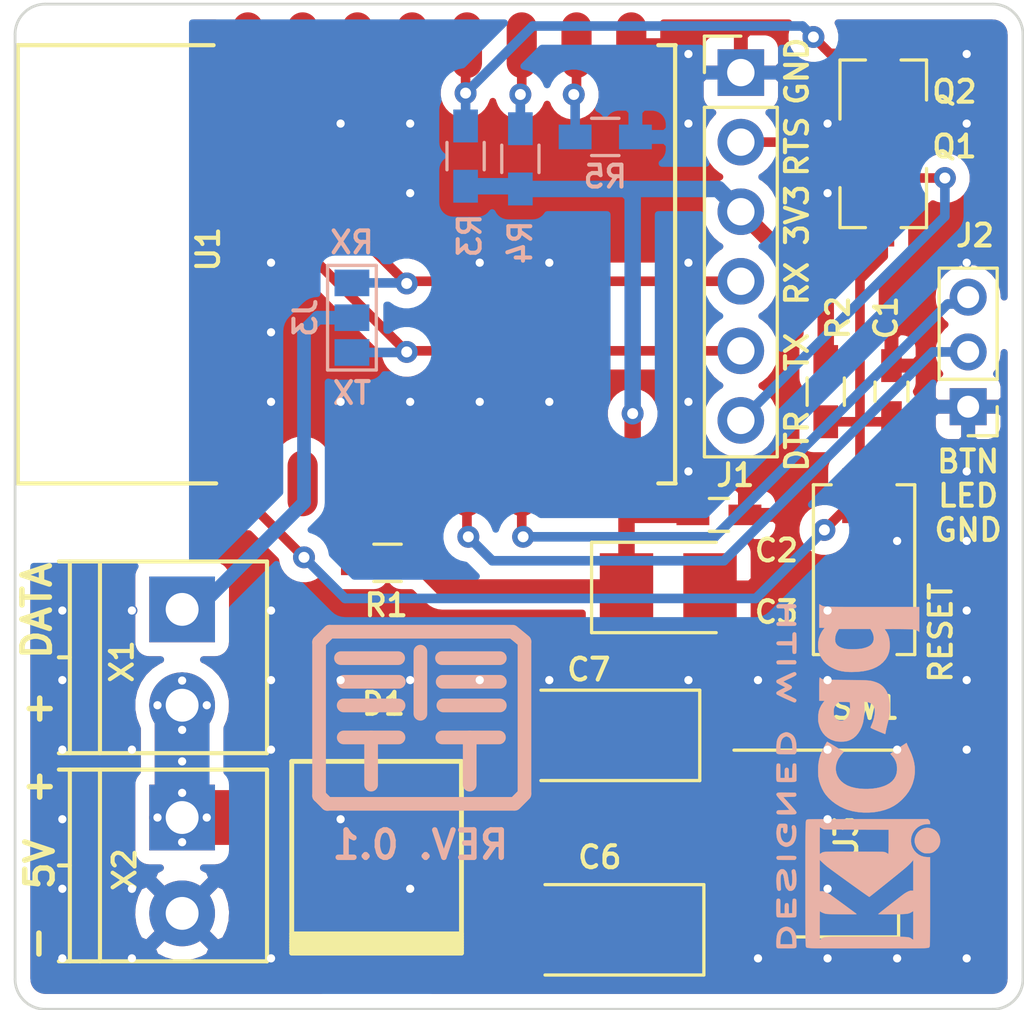
<source format=kicad_pcb>
(kicad_pcb (version 20171130) (host pcbnew 5.0.0-rc1-44a33f2~62~ubuntu16.04.1)
  (layers (0 F.Cu signal) (31 B.Cu signal) (34 B.Paste user) (35 F.Paste user) (36 B.SilkS user) (37 F.SilkS user) (38 B.Mask user) (39 F.Mask user) (44 Edge.Cuts user))
  (net 0 "")
  (net 1 GND)
  (net 2 +3V3)
  (net 3 "Net-(C6-Pad1)")
  (net 4 /RESET)
  (net 5 "Net-(D1-Pad2)")
  (net 6 /RX)
  (net 7 /TX)
  (net 8 /DTR)
  (net 9 /LED_BTN_SIGNALING)
  (net 10 /LED_BTN)
  (net 11 /RTS)
  (net 12 /GPIO0)
  (net 13 /EN)
  (net 14 /GPIO2)
  (net 15 /GPIO15)
  (net 16 /WS2812_DATA)
  (module Symbols:KiCad-Logo2_6mm_SilkScreen (layer B.Cu) (at 142 84.5 90)
    (fp_text reference REF*** hide)
    (fp_text value KiCad-Logo2_6mm_SilkScreen hide)
  )
  (module myfootprints.pretty:my_logo (layer B.Cu) (at 126 83 180)
    (fp_text reference REF** hide)
    (fp_text value my_logo hide)
  )
  (module Pin_Headers:Pin_Header_Straight_1x03_Pitch2.00mm (layer F.Cu) (at 146 71 180)
    (fp_text reference J2 (at -0.25 6.25 180) (layer F.SilkS) (effects (font (size 0.8 0.8))))
    (fp_text value LED_BTN)
    (pad 3 thru_hole oval (at 0 4 180) (size 1.35 1.35) (drill 0.8) (layers *.Cu *.Mask) (net 10 /LED_BTN))
    (pad 2 thru_hole oval (at 0 2 180) (size 1.35 1.35) (drill 0.8) (layers *.Cu *.Mask) (net 9 /LED_BTN_SIGNALING))
    (pad 1 thru_hole rect (at 0 0 180) (size 1.35 1.35) (drill 0.8) (layers *.Cu *.Mask) (net 1 GND))
  )
  (module Capacitors_Tantalum_SMD:CP_Tantalum_Case-B_EIA-3528-21_Hand (layer F.Cu) (at 132.3 90.1 180)
    (fp_text reference C6 (at -0.25 2.65 180) (layer F.SilkS) (effects (font (size 0.8 0.8))))
    (fp_text value 22u hide)
    (pad 1 smd rect (at -2.15 0 180) (size 3.2 2.5) (layers F.Cu F.Paste F.Mask) (net 3 "Net-(C6-Pad1)"))
    (pad 2 smd rect (at 2.15 0 180) (size 3.2 2.5) (layers F.Cu F.Paste F.Mask) (net 1 GND))
  )
  (module Capacitors_Tantalum_SMD:CP_Tantalum_Case-B_EIA-3528-21_Hand (layer F.Cu) (at 132.15 83 180)
    (fp_text reference C7 (at 0 2.4 180) (layer F.SilkS) (effects (font (size 0.8 0.8))))
    (fp_text value 10u hide)
    (pad 2 smd rect (at 2.15 0 180) (size 3.2 2.5) (layers F.Cu F.Paste F.Mask) (net 1 GND))
    (pad 1 smd rect (at -2.15 0 180) (size 3.2 2.5) (layers F.Cu F.Paste F.Mask) (net 2 +3V3))
  )
  (module TO_SOT_Packages_SMD:SOT-223 (layer F.Cu) (at 141.55 86.95)
    (fp_text reference U3 (at 0 -0.2 -90) (layer F.SilkS) (effects (font (size 0.8 0.8))))
    (fp_text value AMS1117-3.3 hide)
    (pad 1 smd rect (at -3.15 -2.3) (size 2 1.5) (layers F.Cu F.Paste F.Mask) (net 1 GND))
    (pad 3 smd rect (at -3.15 2.3) (size 2 1.5) (layers F.Cu F.Paste F.Mask) (net 3 "Net-(C6-Pad1)"))
    (pad 2 smd rect (at -3.15 0) (size 2 1.5) (layers F.Cu F.Paste F.Mask) (net 2 +3V3))
    (pad 4 smd rect (at 3.15 0) (size 2 3.8) (layers F.Cu F.Paste F.Mask))
  )
  (module Capacitors_SMD:C_0603_HandSoldering (layer F.Cu) (at 143.2 70.45 90)
    (fp_text reference C1 (at 2.7 -0.2 90) (layer F.SilkS) (effects (font (size 0.8 0.8))))
    (fp_text value 100n)
    (pad 1 smd rect (at -0.95 0 90) (size 1.2 0.75) (layers F.Cu F.Paste F.Mask) (net 4 /RESET))
    (pad 2 smd rect (at 0.95 0 90) (size 1.2 0.75) (layers F.Cu F.Paste F.Mask) (net 1 GND))
  )
  (module Capacitors_SMD:C_0603_HandSoldering (layer F.Cu) (at 136.9 74.95)
    (fp_text reference C2 (at 2.1 1.3 180) (layer F.SilkS) (effects (font (size 0.8 0.8))))
    (fp_text value 100n)
    (pad 2 smd rect (at 0.95 0) (size 1.2 0.75) (layers F.Cu F.Paste F.Mask) (net 1 GND))
    (pad 1 smd rect (at -0.95 0) (size 1.2 0.75) (layers F.Cu F.Paste F.Mask) (net 2 +3V3))
  )
  (module Capacitors_Tantalum_SMD:CP_Tantalum_Case-B_EIA-3528-21_Reflow (layer F.Cu) (at 135.05 77.6)
    (fp_text reference C3 (at 3.95 0.9) (layer F.SilkS) (effects (font (size 0.8 0.8))))
    (fp_text value 22u)
    (pad 1 smd rect (at -1.525 0) (size 1.95 2.5) (layers F.Cu F.Paste F.Mask) (net 2 +3V3))
    (pad 2 smd rect (at 1.525 0) (size 1.95 2.5) (layers F.Cu F.Paste F.Mask) (net 1 GND))
  )
  (module w_smd_diode.pretty:do214ab (layer F.Cu) (at 124.4 87.45 270)
    (fp_text reference D1 (at -5.6 -0.25) (layer F.SilkS) (effects (font (size 0.8 0.8))))
    (fp_text value SS34 hide)
    (pad 2 smd rect (at 3.39852 0 270) (size 1.99898 3.19786) (layers F.Cu F.Paste F.Mask) (net 5 "Net-(D1-Pad2)"))
    (pad 1 smd rect (at -3.39852 0 270) (size 1.99898 3.19786) (layers F.Cu F.Paste F.Mask) (net 3 "Net-(C6-Pad1)"))
  )
  (module Pin_Headers:Pin_Header_Straight_1x06_Pitch2.54mm (layer F.Cu) (at 137.7 58.8)
    (fp_text reference J1 (at -0.2 14.7) (layer F.SilkS) (effects (font (size 0.8 0.8))))
    (fp_text value Conn_01x06)
    (pad 1 thru_hole rect (at 0 0) (size 1.7 1.7) (drill 1) (layers *.Cu *.Mask) (net 1 GND))
    (pad 2 thru_hole oval (at 0 2.54) (size 1.7 1.7) (drill 1) (layers *.Cu *.Mask) (net 11 /RTS))
    (pad 3 thru_hole oval (at 0 5.08) (size 1.7 1.7) (drill 1) (layers *.Cu *.Mask) (net 2 +3V3))
    (pad 4 thru_hole oval (at 0 7.62) (size 1.7 1.7) (drill 1) (layers *.Cu *.Mask) (net 6 /RX))
    (pad 5 thru_hole oval (at 0 10.16) (size 1.7 1.7) (drill 1) (layers *.Cu *.Mask) (net 7 /TX))
    (pad 6 thru_hole oval (at 0 12.7) (size 1.7 1.7) (drill 1) (layers *.Cu *.Mask) (net 8 /DTR))
  )
  (module TO_SOT_Packages_SMD:SOT-23 (layer F.Cu) (at 142.9 63.7 270)
    (fp_text reference Q1 (at -2.2 -2.6) (layer F.SilkS) (effects (font (size 0.8 0.8))))
    (fp_text value MMBT3904)
    (pad 3 smd rect (at 1 0 270) (size 0.9 0.8) (layers F.Cu F.Paste F.Mask) (net 4 /RESET))
    (pad 2 smd rect (at -1 0.95 270) (size 0.9 0.8) (layers F.Cu F.Paste F.Mask) (net 11 /RTS))
    (pad 1 smd rect (at -1 -0.95 270) (size 0.9 0.8) (layers F.Cu F.Paste F.Mask) (net 8 /DTR))
  )
  (module TO_SOT_Packages_SMD:SOT-23 (layer F.Cu) (at 142.9 59.1 90)
    (fp_text reference Q2 (at -0.4 2.6 180) (layer F.SilkS) (effects (font (size 0.8 0.8))))
    (fp_text value MMBT3904)
    (pad 1 smd rect (at -1 -0.95 90) (size 0.9 0.8) (layers F.Cu F.Paste F.Mask) (net 11 /RTS))
    (pad 2 smd rect (at -1 0.95 90) (size 0.9 0.8) (layers F.Cu F.Paste F.Mask) (net 8 /DTR))
    (pad 3 smd rect (at 1 0 90) (size 0.9 0.8) (layers F.Cu F.Paste F.Mask) (net 12 /GPIO0))
  )
  (module Resistors_SMD:R_0603_HandSoldering (layer F.Cu) (at 124.8 76.7)
    (fp_text reference R1 (at -0.05 1.55) (layer F.SilkS) (effects (font (size 0.8 0.8))))
    (fp_text value 10K)
    (pad 1 smd rect (at -1.1 0) (size 1.2 0.9) (layers F.Cu F.Paste F.Mask) (net 13 /EN))
    (pad 2 smd rect (at 1.1 0) (size 1.2 0.9) (layers F.Cu F.Paste F.Mask) (net 2 +3V3))
  )
  (module Resistors_SMD:R_0603_HandSoldering (layer F.Cu) (at 140.8 70.45 90)
    (fp_text reference R2 (at 2.7 0.45 90) (layer F.SilkS) (effects (font (size 0.8 0.8))))
    (fp_text value 10K)
    (pad 2 smd rect (at 1.1 0 90) (size 1.2 0.9) (layers F.Cu F.Paste F.Mask) (net 2 +3V3))
    (pad 1 smd rect (at -1.1 0 90) (size 1.2 0.9) (layers F.Cu F.Paste F.Mask) (net 4 /RESET))
  )
  (module Resistors_SMD:R_0603_HandSoldering (layer B.Cu) (at 127.65 61.85 270)
    (fp_text reference R3 (at 2.9 -0.15 270) (layer B.SilkS) (effects (font (size 0.8 0.8)) (justify mirror)))
    (fp_text value 10K)
    (pad 1 smd rect (at -1.1 0 270) (size 1.2 0.9) (layers B.Cu B.Paste B.Mask) (net 12 /GPIO0))
    (pad 2 smd rect (at 1.1 0 270) (size 1.2 0.9) (layers B.Cu B.Paste B.Mask) (net 2 +3V3))
  )
  (module Resistors_SMD:R_0603_HandSoldering (layer B.Cu) (at 129.65 61.95 270)
    (fp_text reference R4 (at 3.05 0 270) (layer B.SilkS) (effects (font (size 0.8 0.8)) (justify mirror)))
    (fp_text value 10K)
    (pad 2 smd rect (at 1.1 0 270) (size 1.2 0.9) (layers B.Cu B.Paste B.Mask) (net 2 +3V3))
    (pad 1 smd rect (at -1.1 0 270) (size 1.2 0.9) (layers B.Cu B.Paste B.Mask) (net 14 /GPIO2))
  )
  (module Resistors_SMD:R_0603_HandSoldering (layer B.Cu) (at 132.75 61.15)
    (fp_text reference R5 (at 0 1.45) (layer B.SilkS) (effects (font (size 0.8 0.8)) (justify mirror)))
    (fp_text value 10K)
    (pad 1 smd rect (at -1.1 0) (size 1.2 0.9) (layers B.Cu B.Paste B.Mask) (net 15 /GPIO15))
    (pad 2 smd rect (at 1.1 0) (size 1.2 0.9) (layers B.Cu B.Paste B.Mask) (net 1 GND))
  )
  (module Buttons_Switches_SMD:SW_SPST_EVQPE1 (layer F.Cu) (at 142.2 76.95 270)
    (fp_text reference SW1 (at 5.05 -0.05) (layer F.SilkS) (effects (font (size 0.8 0.8))))
    (fp_text value RESET (at 2.3 -2.8 270) (layer F.SilkS) (effects (font (size 0.8 0.8))))
    (pad 2 smd rect (at 2.7 0 270) (size 2 1.6) (layers F.Cu F.Paste F.Mask) (net 1 GND))
    (pad 1 smd rect (at -2.7 0 270) (size 2 1.6) (layers F.Cu F.Paste F.Mask) (net 4 /RESET))
  )
  (module myfootprints.pretty:ESP-12 (layer F.Cu) (at 119.7 73.8 90)
    (fp_text reference U1 (at 8.55 -1.45 -90) (layer F.SilkS) (effects (font (size 0.8 0.8))))
    (fp_text value ESP-12)
    (pad 16 smd oval (at 16 0 90) (size 2.4 1.1) (layers F.Cu F.Paste F.Mask) (net 7 /TX))
    (pad 15 smd oval (at 16 2 90) (size 2.4 1.1) (layers F.Cu F.Paste F.Mask) (net 6 /RX))
    (pad 14 smd oval (at 16 4 90) (size 2.4 1.1) (layers F.Cu F.Paste F.Mask))
    (pad 13 smd oval (at 16 6 90) (size 2.4 1.1) (layers F.Cu F.Paste F.Mask))
    (pad 12 smd oval (at 16 8 90) (size 2.4 1.1) (layers F.Cu F.Paste F.Mask) (net 12 /GPIO0))
    (pad 11 smd oval (at 16 10 90) (size 2.4 1.1) (layers F.Cu F.Paste F.Mask) (net 14 /GPIO2))
    (pad 10 smd oval (at 16 12 90) (size 2.4 1.1) (layers F.Cu F.Paste F.Mask) (net 15 /GPIO15))
    (pad 9 smd oval (at 16 14 90) (size 2.4 1.1) (layers F.Cu F.Paste F.Mask) (net 1 GND))
    (pad 8 smd oval (at 0 14 90) (size 2.4 1.1) (layers F.Cu F.Paste F.Mask) (net 2 +3V3))
    (pad 7 smd oval (at 0 12 90) (size 2.4 1.1) (layers F.Cu F.Paste F.Mask))
    (pad 6 smd oval (at 0 10 90) (size 2.4 1.1) (layers F.Cu F.Paste F.Mask) (net 10 /LED_BTN))
    (pad 5 smd oval (at 0 8 90) (size 2.4 1.1) (layers F.Cu F.Paste F.Mask) (net 9 /LED_BTN_SIGNALING))
    (pad 4 smd oval (at 0 6 90) (size 2.4 1.1) (layers F.Cu F.Paste F.Mask))
    (pad 3 smd oval (at 0 4 90) (size 2.4 1.1) (layers F.Cu F.Paste F.Mask) (net 13 /EN))
    (pad 2 smd oval (at 0 2 90) (size 2.4 1.1) (layers F.Cu F.Paste F.Mask))
    (pad 1 smd rect (at 0 0 90) (size 2.4 1.1) (layers F.Cu F.Paste F.Mask) (net 4 /RESET))
  )
  (module TerminalBlock_Phoenix:TerminalBlock_Phoenix_PT-3.5mm_2pol (layer F.Cu) (at 117.3 78.4 270)
    (fp_text reference X1 (at 1.9 2.2 270) (layer F.SilkS) (effects (font (size 0.8 0.8))))
    (fp_text value WS2812)
    (pad 2 thru_hole circle (at 3.5 0 270) (size 2.4 2.4) (drill 1.2) (layers *.Cu *.Mask) (net 5 "Net-(D1-Pad2)"))
    (pad 1 thru_hole rect (at 0 0 270) (size 2.4 2.4) (drill 1.2) (layers *.Cu *.Mask) (net 16 /WS2812_DATA))
  )
  (module TerminalBlock_Phoenix:TerminalBlock_Phoenix_PT-3.5mm_2pol (layer F.Cu) (at 117.3 86 270)
    (fp_text reference X2 (at 1.9 2.1 270) (layer F.SilkS) (effects (font (size 0.8 0.8))))
    (fp_text value 5V)
    (pad 1 thru_hole rect (at 0 0 270) (size 2.4 2.4) (drill 1.2) (layers *.Cu *.Mask) (net 5 "Net-(D1-Pad2)"))
    (pad 2 thru_hole circle (at 3.5 0 270) (size 2.4 2.4) (drill 1.2) (layers *.Cu *.Mask) (net 1 GND))
  )
  (module Connectors:GS3 (layer B.Cu) (at 123.5 67.75)
    (fp_text reference J3 (at -1.7 0 -90) (layer B.SilkS) (effects (font (size 0.8 0.8)) (justify mirror)))
    (fp_text value GS3)
    (pad 1 smd rect (at 0 1.27) (size 1.27 0.97) (layers B.Cu B.Paste B.Mask) (net 7 /TX))
    (pad 2 smd rect (at 0 0) (size 1.27 0.97) (layers B.Cu B.Paste B.Mask) (net 16 /WS2812_DATA))
    (pad 3 smd rect (at 0 -1.27) (size 1.27 0.97) (layers B.Cu B.Paste B.Mask) (net 6 /RX))
  )
  (module VIA_MATRIX (layer F.Cu) (at 135.7865 58.122143)
    (fp_text reference V10_1 hide)
    (fp_text value AUTO_VIA hide)
    (pad 1 thru_hole circle (at 0 0) (size 0.4 0.4) (drill 0.3) (layers *.Cu) (net 1 GND) (clearance 0.3))
  )
  (module VIA_MATRIX (layer F.Cu) (at 145.9465 58.122143)
    (fp_text reference V14_1 hide)
    (fp_text value AUTO_VIA hide)
    (pad 1 thru_hole circle (at 0 0) (size 0.4 0.4) (drill 0.3) (layers *.Cu) (net 1 GND) (clearance 0.3))
  )
  (module VIA_MATRIX (layer F.Cu) (at 123.0865 60.662143)
    (fp_text reference V5_2 hide)
    (fp_text value AUTO_VIA hide)
    (pad 1 thru_hole circle (at 0 0) (size 0.4 0.4) (drill 0.3) (layers *.Cu) (net 1 GND) (clearance 0.3))
  )
  (module VIA_MATRIX (layer F.Cu) (at 125.6265 60.662143)
    (fp_text reference V6_2 hide)
    (fp_text value AUTO_VIA hide)
    (pad 1 thru_hole circle (at 0 0) (size 0.4 0.4) (drill 0.3) (layers *.Cu) (net 1 GND) (clearance 0.3))
  )
  (module VIA_MATRIX (layer F.Cu) (at 135.7865 60.662143)
    (fp_text reference V10_2 hide)
    (fp_text value AUTO_VIA hide)
    (pad 1 thru_hole circle (at 0 0) (size 0.4 0.4) (drill 0.3) (layers *.Cu) (net 1 GND) (clearance 0.3))
  )
  (module VIA_MATRIX (layer F.Cu) (at 140.8665 60.662143)
    (fp_text reference V12_2 hide)
    (fp_text value AUTO_VIA hide)
    (pad 1 thru_hole circle (at 0 0) (size 0.4 0.4) (drill 0.3) (layers *.Cu) (net 1 GND) (clearance 0.3))
  )
  (module VIA_MATRIX (layer F.Cu) (at 145.9465 60.662143)
    (fp_text reference V14_2 hide)
    (fp_text value AUTO_VIA hide)
    (pad 1 thru_hole circle (at 0 0) (size 0.4 0.4) (drill 0.3) (layers *.Cu) (net 1 GND) (clearance 0.3))
  )
  (module VIA_MATRIX (layer F.Cu) (at 125.6265 63.202143)
    (fp_text reference V6_3 hide)
    (fp_text value AUTO_VIA hide)
    (pad 1 thru_hole circle (at 0 0) (size 0.4 0.4) (drill 0.3) (layers *.Cu) (net 1 GND) (clearance 0.3))
  )
  (module VIA_MATRIX (layer F.Cu) (at 140.8665 63.202143)
    (fp_text reference V12_3 hide)
    (fp_text value AUTO_VIA hide)
    (pad 1 thru_hole circle (at 0 0) (size 0.4 0.4) (drill 0.3) (layers *.Cu) (net 1 GND) (clearance 0.3))
  )
  (module VIA_MATRIX (layer F.Cu) (at 120.5465 65.742143)
    (fp_text reference V4_4 hide)
    (fp_text value AUTO_VIA hide)
    (pad 1 thru_hole circle (at 0 0) (size 0.4 0.4) (drill 0.3) (layers *.Cu) (net 1 GND) (clearance 0.3))
  )
  (module VIA_MATRIX (layer F.Cu) (at 128.1665 65.742143)
    (fp_text reference V7_4 hide)
    (fp_text value AUTO_VIA hide)
    (pad 1 thru_hole circle (at 0 0) (size 0.4 0.4) (drill 0.3) (layers *.Cu) (net 1 GND) (clearance 0.3))
  )
  (module VIA_MATRIX (layer F.Cu) (at 130.7065 65.742143)
    (fp_text reference V8_4 hide)
    (fp_text value AUTO_VIA hide)
    (pad 1 thru_hole circle (at 0 0) (size 0.4 0.4) (drill 0.3) (layers *.Cu) (net 1 GND) (clearance 0.3))
  )
  (module VIA_MATRIX (layer F.Cu) (at 135.7865 65.742143)
    (fp_text reference V10_4 hide)
    (fp_text value AUTO_VIA hide)
    (pad 1 thru_hole circle (at 0 0) (size 0.4 0.4) (drill 0.3) (layers *.Cu) (net 1 GND) (clearance 0.3))
  )
  (module VIA_MATRIX (layer F.Cu) (at 145.9465 65.742143)
    (fp_text reference V14_4 hide)
    (fp_text value AUTO_VIA hide)
    (pad 1 thru_hole circle (at 0 0) (size 0.4 0.4) (drill 0.3) (layers *.Cu) (net 1 GND) (clearance 0.3))
  )
  (module VIA_MATRIX (layer F.Cu) (at 120.5465 68.282143)
    (fp_text reference V4_5 hide)
    (fp_text value AUTO_VIA hide)
    (pad 1 thru_hole circle (at 0 0) (size 0.4 0.4) (drill 0.3) (layers *.Cu) (net 1 GND) (clearance 0.3))
  )
  (module VIA_MATRIX (layer F.Cu) (at 120.5465 70.822143)
    (fp_text reference V4_6 hide)
    (fp_text value AUTO_VIA hide)
    (pad 1 thru_hole circle (at 0 0) (size 0.4 0.4) (drill 0.3) (layers *.Cu) (net 1 GND) (clearance 0.3))
  )
  (module VIA_MATRIX (layer F.Cu) (at 123.0865 70.822143)
    (fp_text reference V5_6 hide)
    (fp_text value AUTO_VIA hide)
    (pad 1 thru_hole circle (at 0 0) (size 0.4 0.4) (drill 0.3) (layers *.Cu) (net 1 GND) (clearance 0.3))
  )
  (module VIA_MATRIX (layer F.Cu) (at 125.6265 70.822143)
    (fp_text reference V6_6 hide)
    (fp_text value AUTO_VIA hide)
    (pad 1 thru_hole circle (at 0 0) (size 0.4 0.4) (drill 0.3) (layers *.Cu) (net 1 GND) (clearance 0.3))
  )
  (module VIA_MATRIX (layer F.Cu) (at 128.1665 70.822143)
    (fp_text reference V7_6 hide)
    (fp_text value AUTO_VIA hide)
    (pad 1 thru_hole circle (at 0 0) (size 0.4 0.4) (drill 0.3) (layers *.Cu) (net 1 GND) (clearance 0.3))
  )
  (module VIA_MATRIX (layer F.Cu) (at 130.7065 70.822143)
    (fp_text reference V8_6 hide)
    (fp_text value AUTO_VIA hide)
    (pad 1 thru_hole circle (at 0 0) (size 0.4 0.4) (drill 0.3) (layers *.Cu) (net 1 GND) (clearance 0.3))
  )
  (module VIA_MATRIX (layer F.Cu) (at 135.7865 70.822143)
    (fp_text reference V10_6 hide)
    (fp_text value AUTO_VIA hide)
    (pad 1 thru_hole circle (at 0 0) (size 0.4 0.4) (drill 0.3) (layers *.Cu) (net 1 GND) (clearance 0.3))
  )
  (module VIA_MATRIX (layer F.Cu) (at 135.7865 73.362143)
    (fp_text reference V10_7 hide)
    (fp_text value AUTO_VIA hide)
    (pad 1 thru_hole circle (at 0 0) (size 0.4 0.4) (drill 0.3) (layers *.Cu) (net 1 GND) (clearance 0.3))
  )
  (module VIA_MATRIX (layer F.Cu) (at 145.9465 73.362143)
    (fp_text reference V14_7 hide)
    (fp_text value AUTO_VIA hide)
    (pad 1 thru_hole circle (at 0 0) (size 0.4 0.4) (drill 0.3) (layers *.Cu) (net 1 GND) (clearance 0.3))
  )
  (module VIA_MATRIX (layer F.Cu) (at 143.4065 75.902143)
    (fp_text reference V13_8 hide)
    (fp_text value AUTO_VIA hide)
    (pad 1 thru_hole circle (at 0 0) (size 0.4 0.4) (drill 0.3) (layers *.Cu) (net 1 GND) (clearance 0.3))
  )
  (module VIA_MATRIX (layer F.Cu) (at 145.9465 75.902143)
    (fp_text reference V14_8 hide)
    (fp_text value AUTO_VIA hide)
    (pad 1 thru_hole circle (at 0 0) (size 0.4 0.4) (drill 0.3) (layers *.Cu) (net 1 GND) (clearance 0.3))
  )
  (module VIA_MATRIX (layer F.Cu) (at 112.9265 78.442143)
    (fp_text reference V1_9 hide)
    (fp_text value AUTO_VIA hide)
    (pad 1 thru_hole circle (at 0 0) (size 0.4 0.4) (drill 0.3) (layers *.Cu) (net 1 GND) (clearance 0.3))
  )
  (module VIA_MATRIX (layer F.Cu) (at 115.4665 78.442143)
    (fp_text reference V2_9 hide)
    (fp_text value AUTO_VIA hide)
    (pad 1 thru_hole circle (at 0 0) (size 0.4 0.4) (drill 0.3) (layers *.Cu) (net 1 GND) (clearance 0.3))
  )
  (module VIA_MATRIX (layer F.Cu) (at 120.5465 78.442143)
    (fp_text reference V4_9 hide)
    (fp_text value AUTO_VIA hide)
    (pad 1 thru_hole circle (at 0 0) (size 0.4 0.4) (drill 0.3) (layers *.Cu) (net 1 GND) (clearance 0.3))
  )
  (module VIA_MATRIX (layer F.Cu) (at 140.8665 78.442143)
    (fp_text reference V12_9 hide)
    (fp_text value AUTO_VIA hide)
    (pad 1 thru_hole circle (at 0 0) (size 0.4 0.4) (drill 0.3) (layers *.Cu) (net 1 GND) (clearance 0.3))
  )
  (module VIA_MATRIX (layer F.Cu) (at 145.9465 78.442143)
    (fp_text reference V14_9 hide)
    (fp_text value AUTO_VIA hide)
    (pad 1 thru_hole circle (at 0 0) (size 0.4 0.4) (drill 0.3) (layers *.Cu) (net 1 GND) (clearance 0.3))
  )
  (module VIA_MATRIX (layer F.Cu) (at 112.9265 80.982143)
    (fp_text reference V1_10 hide)
    (fp_text value AUTO_VIA hide)
    (pad 1 thru_hole circle (at 0 0) (size 0.4 0.4) (drill 0.3) (layers *.Cu) (net 1 GND) (clearance 0.3))
  )
  (module VIA_MATRIX (layer F.Cu) (at 120.5465 80.982143)
    (fp_text reference V4_10 hide)
    (fp_text value AUTO_VIA hide)
    (pad 1 thru_hole circle (at 0 0) (size 0.4 0.4) (drill 0.3) (layers *.Cu) (net 1 GND) (clearance 0.3))
  )
  (module VIA_MATRIX (layer F.Cu) (at 123.0865 80.982143)
    (fp_text reference V5_10 hide)
    (fp_text value AUTO_VIA hide)
    (pad 1 thru_hole circle (at 0 0) (size 0.4 0.4) (drill 0.3) (layers *.Cu) (net 1 GND) (clearance 0.3))
  )
  (module VIA_MATRIX (layer F.Cu) (at 125.6265 80.982143)
    (fp_text reference V6_10 hide)
    (fp_text value AUTO_VIA hide)
    (pad 1 thru_hole circle (at 0 0) (size 0.4 0.4) (drill 0.3) (layers *.Cu) (net 1 GND) (clearance 0.3))
  )
  (module VIA_MATRIX (layer F.Cu) (at 128.1665 80.982143)
    (fp_text reference V7_10 hide)
    (fp_text value AUTO_VIA hide)
    (pad 1 thru_hole circle (at 0 0) (size 0.4 0.4) (drill 0.3) (layers *.Cu) (net 1 GND) (clearance 0.3))
  )
  (module VIA_MATRIX (layer F.Cu) (at 130.7065 80.982143)
    (fp_text reference V8_10 hide)
    (fp_text value AUTO_VIA hide)
    (pad 1 thru_hole circle (at 0 0) (size 0.4 0.4) (drill 0.3) (layers *.Cu) (net 1 GND) (clearance 0.3))
  )
  (module VIA_MATRIX (layer F.Cu) (at 135.7865 80.982143)
    (fp_text reference V10_10 hide)
    (fp_text value AUTO_VIA hide)
    (pad 1 thru_hole circle (at 0 0) (size 0.4 0.4) (drill 0.3) (layers *.Cu) (net 1 GND) (clearance 0.3))
  )
  (module VIA_MATRIX (layer F.Cu) (at 138.3265 80.982143)
    (fp_text reference V11_10 hide)
    (fp_text value AUTO_VIA hide)
    (pad 1 thru_hole circle (at 0 0) (size 0.4 0.4) (drill 0.3) (layers *.Cu) (net 1 GND) (clearance 0.3))
  )
  (module VIA_MATRIX (layer F.Cu) (at 140.8665 80.982143)
    (fp_text reference V12_10 hide)
    (fp_text value AUTO_VIA hide)
    (pad 1 thru_hole circle (at 0 0) (size 0.4 0.4) (drill 0.3) (layers *.Cu) (net 1 GND) (clearance 0.3))
  )
  (module VIA_MATRIX (layer F.Cu) (at 145.9465 80.982143)
    (fp_text reference V14_10 hide)
    (fp_text value AUTO_VIA hide)
    (pad 1 thru_hole circle (at 0 0) (size 0.4 0.4) (drill 0.3) (layers *.Cu) (net 1 GND) (clearance 0.3))
  )
  (module VIA_MATRIX (layer F.Cu) (at 112.9265 83.522143)
    (fp_text reference V1_11 hide)
    (fp_text value AUTO_VIA hide)
    (pad 1 thru_hole circle (at 0 0) (size 0.4 0.4) (drill 0.3) (layers *.Cu) (net 1 GND) (clearance 0.3))
  )
  (module VIA_MATRIX (layer F.Cu) (at 115.4665 83.522143)
    (fp_text reference V2_11 hide)
    (fp_text value AUTO_VIA hide)
    (pad 1 thru_hole circle (at 0 0) (size 0.4 0.4) (drill 0.3) (layers *.Cu) (net 1 GND) (clearance 0.3))
  )
  (module VIA_MATRIX (layer F.Cu) (at 120.5465 83.522143)
    (fp_text reference V4_11 hide)
    (fp_text value AUTO_VIA hide)
    (pad 1 thru_hole circle (at 0 0) (size 0.4 0.4) (drill 0.3) (layers *.Cu) (net 1 GND) (clearance 0.3))
  )
  (module VIA_MATRIX (layer F.Cu) (at 140.8665 83.522143)
    (fp_text reference V12_11 hide)
    (fp_text value AUTO_VIA hide)
    (pad 1 thru_hole circle (at 0 0) (size 0.4 0.4) (drill 0.3) (layers *.Cu) (net 1 GND) (clearance 0.3))
  )
  (module VIA_MATRIX (layer F.Cu) (at 143.4065 83.522143)
    (fp_text reference V13_11 hide)
    (fp_text value AUTO_VIA hide)
    (pad 1 thru_hole circle (at 0 0) (size 0.4 0.4) (drill 0.3) (layers *.Cu) (net 1 GND) (clearance 0.3))
  )
  (module VIA_MATRIX (layer F.Cu) (at 145.9465 83.522143)
    (fp_text reference V14_11 hide)
    (fp_text value AUTO_VIA hide)
    (pad 1 thru_hole circle (at 0 0) (size 0.4 0.4) (drill 0.3) (layers *.Cu) (net 1 GND) (clearance 0.3))
  )
  (module VIA_MATRIX (layer F.Cu) (at 112.9265 86.062143)
    (fp_text reference V1_12 hide)
    (fp_text value AUTO_VIA hide)
    (pad 1 thru_hole circle (at 0 0) (size 0.4 0.4) (drill 0.3) (layers *.Cu) (net 1 GND) (clearance 0.3))
  )
  (module VIA_MATRIX (layer F.Cu) (at 123.0865 86.062143)
    (fp_text reference V5_12 hide)
    (fp_text value AUTO_VIA hide)
    (pad 1 thru_hole circle (at 0 0) (size 0.4 0.4) (drill 0.3) (layers *.Cu) (net 1 GND) (clearance 0.3))
  )
  (module VIA_MATRIX (layer F.Cu) (at 140.8665 86.062143)
    (fp_text reference V12_12 hide)
    (fp_text value AUTO_VIA hide)
    (pad 1 thru_hole circle (at 0 0) (size 0.4 0.4) (drill 0.3) (layers *.Cu) (net 1 GND) (clearance 0.3))
  )
  (module VIA_MATRIX (layer F.Cu) (at 112.9265 88.602143)
    (fp_text reference V1_13 hide)
    (fp_text value AUTO_VIA hide)
    (pad 1 thru_hole circle (at 0 0) (size 0.4 0.4) (drill 0.3) (layers *.Cu) (net 1 GND) (clearance 0.3))
  )
  (module VIA_MATRIX (layer F.Cu) (at 115.4665 88.602143)
    (fp_text reference V2_13 hide)
    (fp_text value AUTO_VIA hide)
    (pad 1 thru_hole circle (at 0 0) (size 0.4 0.4) (drill 0.3) (layers *.Cu) (net 1 GND) (clearance 0.3))
  )
  (module VIA_MATRIX (layer F.Cu) (at 125.6265 88.602143)
    (fp_text reference V6_13 hide)
    (fp_text value AUTO_VIA hide)
    (pad 1 thru_hole circle (at 0 0) (size 0.4 0.4) (drill 0.3) (layers *.Cu) (net 1 GND) (clearance 0.3))
  )
  (module VIA_MATRIX (layer F.Cu) (at 140.8665 88.602143)
    (fp_text reference V12_13 hide)
    (fp_text value AUTO_VIA hide)
    (pad 1 thru_hole circle (at 0 0) (size 0.4 0.4) (drill 0.3) (layers *.Cu) (net 1 GND) (clearance 0.3))
  )
  (module VIA_MATRIX (layer F.Cu) (at 112.9265 91.142143)
    (fp_text reference V1_14 hide)
    (fp_text value AUTO_VIA hide)
    (pad 1 thru_hole circle (at 0 0) (size 0.4 0.4) (drill 0.3) (layers *.Cu) (net 1 GND) (clearance 0.3))
  )
  (module VIA_MATRIX (layer F.Cu) (at 115.4665 91.142143)
    (fp_text reference V2_14 hide)
    (fp_text value AUTO_VIA hide)
    (pad 1 thru_hole circle (at 0 0) (size 0.4 0.4) (drill 0.3) (layers *.Cu) (net 1 GND) (clearance 0.3))
  )
  (module VIA_MATRIX (layer F.Cu) (at 120.5465 91.142143)
    (fp_text reference V4_14 hide)
    (fp_text value AUTO_VIA hide)
    (pad 1 thru_hole circle (at 0 0) (size 0.4 0.4) (drill 0.3) (layers *.Cu) (net 1 GND) (clearance 0.3))
  )
  (module VIA_MATRIX (layer F.Cu) (at 138.3265 91.142143)
    (fp_text reference V11_14 hide)
    (fp_text value AUTO_VIA hide)
    (pad 1 thru_hole circle (at 0 0) (size 0.4 0.4) (drill 0.3) (layers *.Cu) (net 1 GND) (clearance 0.3))
  )
  (module VIA_MATRIX (layer F.Cu) (at 140.8665 91.142143)
    (fp_text reference V12_14 hide)
    (fp_text value AUTO_VIA hide)
    (pad 1 thru_hole circle (at 0 0) (size 0.4 0.4) (drill 0.3) (layers *.Cu) (net 1 GND) (clearance 0.3))
  )
  (module VIA_MATRIX (layer F.Cu) (at 143.4065 91.142143)
    (fp_text reference V13_14 hide)
    (fp_text value AUTO_VIA hide)
    (pad 1 thru_hole circle (at 0 0) (size 0.4 0.4) (drill 0.3) (layers *.Cu) (net 1 GND) (clearance 0.3))
  )
  (module VIA_MATRIX (layer F.Cu) (at 145.9465 91.142143)
    (fp_text reference V14_14 hide)
    (fp_text value AUTO_VIA hide)
    (pad 1 thru_hole circle (at 0 0) (size 0.4 0.4) (drill 0.3) (layers *.Cu) (net 1 GND) (clearance 0.3))
  )
  (gr_text GND (at 146 75.5) (layer F.SilkS) (effects (font (size 0.8 0.8))))
  (gr_text LED (at 146 74.25) (layer F.SilkS) (effects (font (size 0.8 0.8))))
  (gr_text BTN (at 146 73) (layer F.SilkS) (effects (font (size 0.8 0.8))))
  (gr_text GND (at 139.75 58.75 90) (layer F.SilkS) (effects (font (size 0.8 0.8))))
  (gr_text RTS (at 139.75 61.5 90) (layer F.SilkS) (effects (font (size 0.8 0.8))))
  (gr_text 3V3 (at 139.75 64 90) (layer F.SilkS) (effects (font (size 0.8 0.8))))
  (gr_text RX (at 139.75 66.5 90) (layer F.SilkS) (effects (font (size 0.8 0.8))))
  (gr_text TX (at 139.75 69 90) (layer F.SilkS) (effects (font (size 0.8 0.8))))
  (gr_text DTR (at 139.75 72.25 90) (layer F.SilkS) (effects (font (size 0.8 0.8))))
  (gr_text RX (at 123.5 65) (layer B.SilkS) (effects (font (size 0.8 0.8)) (justify mirror)))
  (gr_text TX (at 123.5 70.5) (layer B.SilkS) (effects (font (size 0.8 0.8)) (justify mirror)))
  (gr_text DATA (at 112 78.45 90) (layer F.SilkS) (effects (font (size 1 1) (thickness 0.2))))
  (gr_text 5V (at 112.1 87.7 90) (layer F.SilkS) (effects (font (size 1 1) (thickness 0.2))))
  (gr_text + (at 112.1 81.95) (layer F.SilkS) (effects (font (size 1 1) (thickness 0.2)) (justify mirror)))
  (gr_arc (start 146.9 91.9) (end 146.9 93) (angle -90) (layer Edge.Cuts) (width 0.1))
  (gr_arc (start 112.3 57.4) (end 112.3 56.3) (angle -90) (layer Edge.Cuts) (width 0.1))
  (gr_text "REV. 0.1" (at 126 87) (layer B.SilkS) (effects (font (size 1 1) (thickness 0.2)) (justify mirror)))
  (gr_text + (at 112.1 84.8) (layer F.SilkS) (effects (font (size 1 1) (thickness 0.2)) (justify mirror)))
  (gr_text - (at 112 90.6 90) (layer F.SilkS) (effects (font (size 1 1) (thickness 0.2)) (justify mirror)))
  (gr_arc (start 112.3 91.9) (end 111.2 91.9) (angle -90) (layer Edge.Cuts) (width 0.1))
  (gr_arc (start 146.9 57.4) (end 148 57.4) (angle -90) (layer Edge.Cuts) (width 0.1))
  (gr_line (start 111.2 91.90014) (end 111.2 57.4) (layer Edge.Cuts) (width 0.1))
  (gr_line (start 146.9 93) (end 112.29986 93) (layer Edge.Cuts) (width 0.1))
  (gr_line (start 148 57.39986) (end 148 91.9) (layer Edge.Cuts) (width 0.1))
  (gr_line (start 112.3 56.3) (end 146.9 56.3) (layer Edge.Cuts) (width 0.1))
  (segment (start 125.95 76.75) (end 125.9 76.7) (width 0.6) (layer F.Cu) (net 2))
  (segment (start 133.525 77.6) (end 126.8 77.6) (width 0.6) (layer F.Cu) (net 2))
  (segment (start 126.8 77.6) (end 125.95 76.75) (width 0.6) (layer F.Cu) (net 2))
  (segment (start 129.65 63.05) (end 133.5 63.05) (width 0.6) (layer B.Cu) (net 2))
  (segment (start 133.5 63.05) (end 136.87 63.05) (width 0.6) (layer B.Cu) (net 2))
  (segment (start 133.75 71.25) (end 133.75 63.3) (width 0.6) (layer B.Cu) (net 2))
  (segment (start 133.75 63.3) (end 133.5 63.05) (width 0.6) (layer B.Cu) (net 2))
  (segment (start 136.87 63.05) (end 137.7 63.88) (width 0.6) (layer B.Cu) (net 2))
  (segment (start 127.65 62.95) (end 129.55 62.95) (width 0.6) (layer B.Cu) (net 2))
  (segment (start 129.55 62.95) (end 129.65 63.05) (width 0.6) (layer B.Cu) (net 2))
  (segment (start 133.75 71.25) (end 133.75 73.75) (width 0.6) (layer F.Cu) (net 2))
  (via (at 133.75 71.25) (size 0.8) (drill 0.4) (layers F.Cu B.Cu) (net 2))
  (segment (start 133.75 73.75) (end 133.7 73.8) (width 0.35) (layer F.Cu) (net 2))
  (segment (start 131.2 86.5) (end 134.45 89.75) (width 1) (layer F.Cu) (net 3))
  (segment (start 124.99944 84.05148) (end 127.44796 86.5) (width 1) (layer F.Cu) (net 3))
  (segment (start 127.44796 86.5) (end 131.2 86.5) (width 1) (layer F.Cu) (net 3))
  (segment (start 124.4 84.05148) (end 124.99944 84.05148) (width 1) (layer F.Cu) (net 3))
  (segment (start 134.45 89.75) (end 134.45 90.1) (width 1) (layer F.Cu) (net 3))
  (segment (start 140.350001 75.899999) (end 140.75 75.5) (width 0.35) (layer B.Cu) (net 4))
  (segment (start 142.2 74.25) (end 142 74.25) (width 0.35) (layer F.Cu) (net 4))
  (segment (start 142 74.25) (end 140.75 75.5) (width 0.35) (layer F.Cu) (net 4))
  (via (at 121.749994 76.5) (size 0.8) (drill 0.4) (layers F.Cu B.Cu) (net 4))
  (segment (start 119.7 74.45) (end 121.749994 76.499994) (width 0.35) (layer F.Cu) (net 4))
  (segment (start 121.749994 76.499994) (end 121.749994 76.5) (width 0.35) (layer F.Cu) (net 4))
  (segment (start 138.25 78) (end 140.350001 75.899999) (width 0.35) (layer B.Cu) (net 4))
  (segment (start 123.249994 78) (end 138.25 78) (width 0.35) (layer B.Cu) (net 4))
  (segment (start 121.749994 76.5) (end 123.249994 78) (width 0.35) (layer B.Cu) (net 4))
  (via (at 140.75 75.5) (size 0.8) (drill 0.4) (layers F.Cu B.Cu) (net 4))
  (segment (start 142.2 74.25) (end 142.2 73.7) (width 0.35) (layer F.Cu) (net 4))
  (segment (start 142.2 73.7) (end 142 73.5) (width 0.35) (layer F.Cu) (net 4))
  (segment (start 142.05 73.45) (end 142.05 71.55) (width 0.35) (layer F.Cu) (net 4))
  (segment (start 142 73.5) (end 142.05 73.45) (width 0.35) (layer F.Cu) (net 4))
  (segment (start 142.9 64.7) (end 142.9 65.5) (width 0.35) (layer F.Cu) (net 4))
  (segment (start 119.7 73.8) (end 119.7 74.45) (width 0.35) (layer F.Cu) (net 4))
  (segment (start 143.05 71.55) (end 143.2 71.4) (width 0.35) (layer F.Cu) (net 4))
  (segment (start 140.8 71.55) (end 142.05 71.55) (width 0.35) (layer F.Cu) (net 4))
  (segment (start 142.05 71.55) (end 143.05 71.55) (width 0.35) (layer F.Cu) (net 4))
  (segment (start 142.05 66.35) (end 142.05 71.55) (width 0.35) (layer F.Cu) (net 4))
  (segment (start 142.9 65.5) (end 142.05 66.35) (width 0.35) (layer F.Cu) (net 4))
  (via (at 117.3 82.8) (size 0.6) (drill 0.3) (layers F.Cu B.Cu) (net 5))
  (via (at 117.3 81) (size 0.6) (drill 0.3) (layers F.Cu B.Cu) (net 5))
  (via (at 117.3 86.9) (size 0.6) (drill 0.3) (layers F.Cu B.Cu) (net 5))
  (via (at 117.3 85.1) (size 0.6) (drill 0.3) (layers F.Cu B.Cu) (net 5))
  (via (at 116.4 81.9) (size 0.6) (drill 0.3) (layers F.Cu B.Cu) (net 5))
  (via (at 118.2 86) (size 0.6) (drill 0.3) (layers F.Cu B.Cu) (net 5))
  (via (at 118.2 81.9) (size 0.6) (drill 0.3) (layers F.Cu B.Cu) (net 5))
  (via (at 116.4 86) (size 0.6) (drill 0.3) (layers F.Cu B.Cu) (net 5))
  (segment (start 117.3 83.95) (end 117.3 82.8) (width 0.35) (layer B.Cu) (net 5))
  (via (at 117.3 83.95) (size 0.6) (drill 0.3) (layers F.Cu B.Cu) (net 5))
  (segment (start 140.8 69.5) (end 140.8 69.35) (width 0.6) (layer F.Cu) (net 2))
  (segment (start 133.525 77.6) (end 133.525 75) (width 0.6) (layer F.Cu) (net 2))
  (segment (start 133.525 75) (end 133.525 73.975) (width 0.6) (layer F.Cu) (net 2))
  (segment (start 135.95 74.95) (end 133.575 74.95) (width 0.6) (layer F.Cu) (net 2))
  (segment (start 133.575 74.95) (end 133.525 75) (width 0.6) (layer F.Cu) (net 2))
  (segment (start 140.8 69.35) (end 140.8 66.98) (width 0.6) (layer F.Cu) (net 2))
  (segment (start 140.8 66.98) (end 137.7 63.88) (width 0.6) (layer F.Cu) (net 2))
  (segment (start 138.4 86.95) (end 137.35 86.95) (width 1) (layer F.Cu) (net 2))
  (segment (start 137.35 86.95) (end 134.3 83.9) (width 1) (layer F.Cu) (net 2))
  (segment (start 134.3 83.9) (end 134.3 83) (width 0.6) (layer F.Cu) (net 2))
  (segment (start 133.525 73.975) (end 133.7 73.8) (width 0.6) (layer F.Cu) (net 2))
  (segment (start 133.525 82.225) (end 134.3 83) (width 0.6) (layer F.Cu) (net 2))
  (segment (start 136.175 74.95) (end 135.95 74.95) (width 0.6) (layer F.Cu) (net 2))
  (segment (start 133.525 77.6) (end 133.525 82.225) (width 1) (layer F.Cu) (net 2))
  (segment (start 134.45 90.1) (end 137.55 90.1) (width 1) (layer F.Cu) (net 3))
  (segment (start 137.55 90.1) (end 138.4 89.25) (width 1) (layer F.Cu) (net 3))
  (segment (start 117.3 81.9) (end 117.3 86) (width 2) (layer B.Cu) (net 5))
  (segment (start 124.4 90.84852) (end 119.55148 86) (width 2) (layer F.Cu) (net 5))
  (segment (start 119.55148 86) (end 117.3 86) (width 2) (layer F.Cu) (net 5))
  (segment (start 117.3 81.9) (end 117.3 86) (width 2) (layer F.Cu) (net 5))
  (segment (start 121.7 62.700006) (end 125.100001 66.100007) (width 0.35) (layer F.Cu) (net 6))
  (segment (start 125.100001 66.100007) (end 125.5 66.500006) (width 0.35) (layer F.Cu) (net 6))
  (segment (start 125.580006 66.42) (end 125.5 66.500006) (width 0.35) (layer F.Cu) (net 6))
  (segment (start 125.479994 66.48) (end 125.5 66.500006) (width 0.35) (layer B.Cu) (net 6))
  (segment (start 123.5 66.48) (end 125.479994 66.48) (width 0.35) (layer B.Cu) (net 6))
  (segment (start 137.7 66.42) (end 125.580006 66.42) (width 0.35) (layer F.Cu) (net 6))
  (segment (start 121.7 57.8) (end 121.7 62.700006) (width 0.35) (layer F.Cu) (net 6))
  (via (at 125.5 66.500006) (size 0.8) (drill 0.4) (layers F.Cu B.Cu) (net 6))
  (segment (start 125.100001 68.600001) (end 125.5 69) (width 0.35) (layer F.Cu) (net 7))
  (segment (start 119.7 63.2) (end 125.100001 68.600001) (width 0.35) (layer F.Cu) (net 7))
  (segment (start 123.5 69.02) (end 125.48 69.02) (width 0.35) (layer B.Cu) (net 7))
  (segment (start 125.48 69.02) (end 125.5 69) (width 0.35) (layer B.Cu) (net 7))
  (segment (start 119.7 57.8) (end 119.7 63.2) (width 0.35) (layer F.Cu) (net 7))
  (segment (start 137.7 68.96) (end 125.54 68.96) (width 0.35) (layer F.Cu) (net 7))
  (segment (start 125.54 68.96) (end 125.5 69) (width 0.35) (layer F.Cu) (net 7))
  (via (at 125.5 69) (size 0.8) (drill 0.4) (layers F.Cu B.Cu) (net 7))
  (segment (start 143.85 62.7) (end 143.85 60.1) (width 0.35) (layer F.Cu) (net 8))
  (segment (start 145.15 62.65) (end 143.9 62.65) (width 0.35) (layer F.Cu) (net 8))
  (segment (start 143.9 62.65) (end 143.85 62.7) (width 0.35) (layer F.Cu) (net 8))
  (segment (start 137.7 71.5) (end 145.15 64.05) (width 0.35) (layer B.Cu) (net 8))
  (segment (start 145.15 64.05) (end 145.15 62.65) (width 0.35) (layer B.Cu) (net 8))
  (via (at 145.15 62.65) (size 0.8) (drill 0.4) (layers F.Cu B.Cu) (net 8))
  (segment (start 145.045406 69) (end 146 69) (width 0.35) (layer B.Cu) (net 9))
  (segment (start 144.704996 69) (end 145.045406 69) (width 0.35) (layer B.Cu) (net 9))
  (segment (start 137.079995 76.625001) (end 144.704996 69) (width 0.35) (layer B.Cu) (net 9))
  (segment (start 128.625001 76.625001) (end 137.079995 76.625001) (width 0.35) (layer B.Cu) (net 9))
  (segment (start 127.75 75.75) (end 128.625001 76.625001) (width 0.35) (layer B.Cu) (net 9))
  (segment (start 127.7 73.8) (end 127.7 75.7) (width 0.35) (layer F.Cu) (net 9))
  (segment (start 127.7 75.7) (end 127.75 75.75) (width 0.35) (layer F.Cu) (net 9))
  (via (at 127.75 75.75) (size 0.8) (drill 0.4) (layers F.Cu B.Cu) (net 9))
  (segment (start 129.75 75.75) (end 136.75 75.75) (width 0.35) (layer B.Cu) (net 10))
  (segment (start 136.75 75.75) (end 145.25 67.25) (width 0.35) (layer B.Cu) (net 10))
  (segment (start 145.25 67.25) (end 145.75 67.25) (width 0.35) (layer B.Cu) (net 10))
  (segment (start 145.75 67.25) (end 146 67) (width 0.35) (layer B.Cu) (net 10))
  (segment (start 129.7 73.8) (end 129.7 75.7) (width 0.35) (layer F.Cu) (net 10))
  (segment (start 129.7 75.7) (end 129.75 75.75) (width 0.35) (layer F.Cu) (net 10))
  (via (at 129.75 75.75) (size 0.8) (drill 0.4) (layers F.Cu B.Cu) (net 10))
  (segment (start 141.95 62.7) (end 141.95 61.3) (width 0.35) (layer F.Cu) (net 11))
  (segment (start 141.95 61.3) (end 141.95 60.1) (width 0.35) (layer F.Cu) (net 11))
  (segment (start 137.7 61.34) (end 141.91 61.34) (width 0.35) (layer F.Cu) (net 11))
  (segment (start 141.91 61.34) (end 141.95 61.3) (width 0.35) (layer F.Cu) (net 11))
  (segment (start 140.95 58.1) (end 140.749999 57.899999) (width 0.35) (layer F.Cu) (net 12))
  (segment (start 140.749999 57.899999) (end 140.35 57.5) (width 0.35) (layer F.Cu) (net 12))
  (segment (start 140.35 57.5) (end 139.950001 57.100001) (width 0.35) (layer B.Cu) (net 12))
  (segment (start 139.950001 57.100001) (end 130.099999 57.100001) (width 0.35) (layer B.Cu) (net 12))
  (segment (start 130.099999 57.100001) (end 127.65 59.55) (width 0.35) (layer B.Cu) (net 12))
  (segment (start 127.65 60.75) (end 127.65 60.6) (width 0.35) (layer B.Cu) (net 12))
  (segment (start 142.9 58.1) (end 140.95 58.1) (width 0.35) (layer F.Cu) (net 12))
  (via (at 140.35 57.5) (size 0.8) (drill 0.4) (layers F.Cu B.Cu) (net 12))
  (segment (start 127.65 59.55) (end 127.65 57.85) (width 0.35) (layer F.Cu) (net 12))
  (segment (start 127.65 57.85) (end 127.7 57.8) (width 0.35) (layer F.Cu) (net 12))
  (segment (start 127.65 60.75) (end 127.65 59.55) (width 0.35) (layer B.Cu) (net 12))
  (via (at 127.65 59.55) (size 0.8) (drill 0.4) (layers F.Cu B.Cu) (net 12))
  (segment (start 123.7 76.7) (end 123.7 73.8) (width 0.35) (layer F.Cu) (net 13))
  (segment (start 129.7 57.8) (end 129.7 59.549998) (width 0.35) (layer F.Cu) (net 14))
  (segment (start 129.7 59.549998) (end 129.65 59.599998) (width 0.35) (layer F.Cu) (net 14))
  (segment (start 129.65 60.85) (end 129.65 59.599998) (width 0.35) (layer B.Cu) (net 14))
  (via (at 129.65 59.599998) (size 0.8) (drill 0.4) (layers F.Cu B.Cu) (net 14))
  (segment (start 131.65 61.15) (end 131.65 59.65) (width 0.35) (layer B.Cu) (net 15))
  (segment (start 131.65 59.65) (end 131.6 59.6) (width 0.35) (layer B.Cu) (net 15))
  (segment (start 131.7 57.8) (end 131.7 59.5) (width 0.35) (layer F.Cu) (net 15))
  (segment (start 131.7 59.5) (end 131.6 59.6) (width 0.35) (layer F.Cu) (net 15))
  (via (at 131.6 59.6) (size 0.8) (drill 0.4) (layers F.Cu B.Cu) (net 15))
  (segment (start 121.75 68.25) (end 121.75 74.5) (width 0.5) (layer B.Cu) (net 16))
  (segment (start 121.75 74.5) (end 117.85 78.4) (width 0.5) (layer B.Cu) (net 16))
  (segment (start 123.5 67.75) (end 122.25 67.75) (width 0.5) (layer B.Cu) (net 16))
  (segment (start 122.25 67.75) (end 121.75 68.25) (width 0.5) (layer B.Cu) (net 16))
  (segment (start 117.85 78.4) (end 117.3 78.4) (width 0.5) (layer B.Cu) (net 16))
  (zone (net 1) (net_name GND) (layer B.Cu) (connect_pads (clearance 0.508)) (min_thickness 0.254) (fill yes (arc_segments 32) (thermal_gap 0.508) (thermal_bridge_width 0.508))
    (polygon (pts (xy 111.2 56.3) (xy 148 56.3) (xy 148 93) (xy 111.2 93)))
  )
  (zone (net 1) (net_name GND) (layer F.Cu) (connect_pads (clearance 0.508)) (min_thickness 0.254) (fill yes (arc_segments 32) (thermal_gap 0.508) (thermal_bridge_width 0.508))
    (polygon (pts (xy 111.2 56.3) (xy 148 56.3) (xy 148 93) (xy 111.2 93)))
  )
  (zone (net 0) (net_name "") (layer F.Cu) (connect_pads (clearance 0.508)) (min_thickness 0.254)
    (keepout (tracks allowed) (vias allowed) (copperpour not_allowed))
    (fill yes (arc_segments 16) (thermal_gap 0.508) (thermal_bridge_width 0.508))
    (polygon (pts (xy 110.7 56.15) (xy 117.6 56.15) (xy 117.6 76.748372) (xy 110.780523 76.751546)))
  )
  (zone (net 0) (net_name "") (layer B.Cu) (connect_pads (clearance 0.508)) (min_thickness 0.254)
    (keepout (tracks allowed) (vias allowed) (copperpour not_allowed))
    (fill yes (arc_segments 16) (thermal_gap 0.508) (thermal_bridge_width 0.508))
    (polygon (pts (xy 110.65 56.2) (xy 117.55 56.2) (xy 117.55 76.698416) (xy 110.730133 76.701593)))
  )
  (zone (net 0) (net_name "") (layer F.Cu) (connect_pads (clearance 0.508)) (min_thickness 0.254)
    (keepout (tracks allowed) (vias allowed) (copperpour not_allowed))
    (fill yes (arc_segments 16) (thermal_gap 0.508) (thermal_bridge_width 0.508))
    (polygon (pts (xy 128.05 88.815829) (xy 128.05 84.45) (xy 137.448998 84.45) (xy 137.451014 88.779086)))
  )
)
</source>
